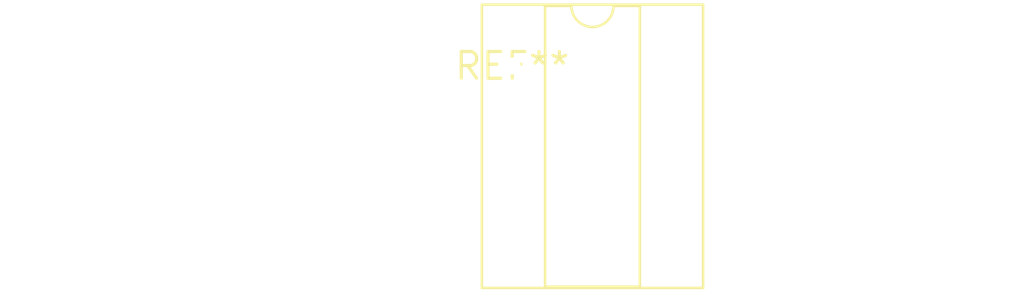
<source format=kicad_pcb>
(kicad_pcb (version 20240108) (generator pcbnew)
  (layers (0 "F.Cu" signal) (31 "B.Cu" signal) (34 "B.Paste" user) (35 "F.Paste" user) (36 "B.SilkS" user "B.Silkscreen") (37 "F.SilkS" user "F.Silkscreen") (38 "B.Mask" user) (39 "F.Mask" user) (44 "Edge.Cuts" user))
  (net 0 "")
  (footprint "CERDIP-8_W7.62mm_SideBrazed_LongPads_Socket" (layer "F.Cu") (at 0 0)
    (property "Reference" "REF**")
    (property "Value" "CERDIP-8_W7.62mm_SideBrazed_LongPads_Socket")
    (fp_line (start -1.44 -2.915) (end -1.44 10.535) (layer "F.SilkS") (stroke (width 0.12)))
    (fp_line (start -1.44 10.535) (end 9.06 10.535) (layer "F.SilkS") (stroke (width 0.12)))
    (fp_line (start 1.56 -2.855) (end 1.56 10.475) (layer "F.SilkS") (stroke (width 0.12)))
    (fp_line (start 1.56 10.475) (end 6.06 10.475) (layer "F.SilkS") (stroke (width 0.12)))
    (fp_line (start 2.81 -2.855) (end 1.56 -2.855) (layer "F.SilkS") (stroke (width 0.12)))
    (fp_line (start 6.06 -2.855) (end 4.81 -2.855) (layer "F.SilkS") (stroke (width 0.12)))
    (fp_line (start 6.06 10.475) (end 6.06 -2.855) (layer "F.SilkS") (stroke (width 0.12)))
    (fp_line (start 9.06 -2.915) (end -1.44 -2.915) (layer "F.SilkS") (stroke (width 0.12)))
    (fp_line (start 9.06 10.535) (end 9.06 -2.915) (layer "F.SilkS") (stroke (width 0.12)))
    (fp_arc (start 4.81 -2.855) (mid 3.81 -1.855) (end 2.81 -2.855) (layer "F.SilkS") (stroke (width 0.12)))
    (pad "1" thru_hole rect (at 0 0) (size 2.4 1.6) (drill 0.8) (layers *.Cu *.Mask) (remove_unused_layers))
    (pad "2" thru_hole oval (at 0 2.54) (size 2.4 1.6) (drill 0.8) (layers *.Cu *.Mask) (remove_unused_layers))
    (pad "3" thru_hole oval (at 0 5.08) (size 2.4 1.6) (drill 0.8) (layers *.Cu *.Mask) (remove_unused_layers))
    (pad "4" thru_hole oval (at 0 7.62) (size 2.4 1.6) (drill 0.8) (layers *.Cu *.Mask) (remove_unused_layers))
    (pad "5" thru_hole oval (at 7.62 7.62) (size 2.4 1.6) (drill 0.8) (layers *.Cu *.Mask) (remove_unused_layers))
    (pad "6" thru_hole oval (at 7.62 5.08) (size 2.4 1.6) (drill 0.8) (layers *.Cu *.Mask) (remove_unused_layers))
    (pad "7" thru_hole oval (at 7.62 2.54) (size 2.4 1.6) (drill 0.8) (layers *.Cu *.Mask) (remove_unused_layers))
    (pad "8" thru_hole oval (at 7.62 0) (size 2.4 1.6) (drill 0.8) (layers *.Cu *.Mask) (remove_unused_layers))
  )
)
</source>
